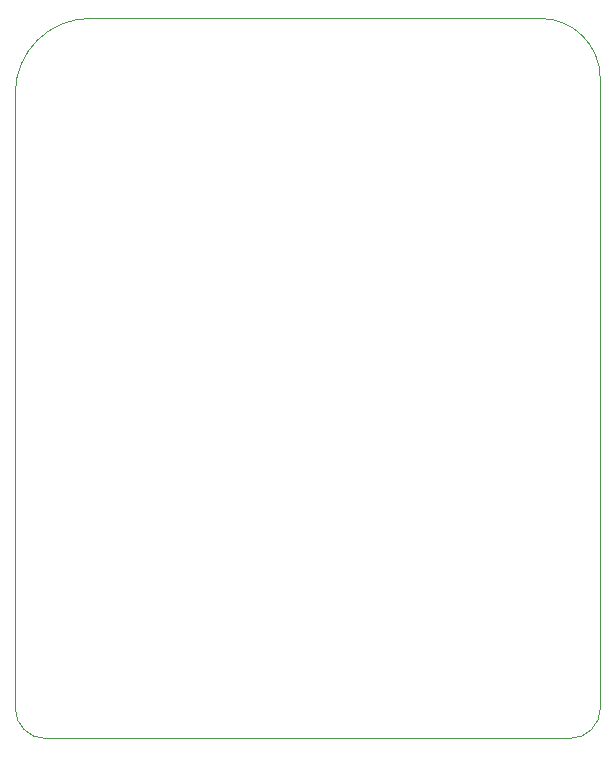
<source format=gbr>
G04 #@! TF.GenerationSoftware,KiCad,Pcbnew,5.1.5-52549c5~84~ubuntu18.04.1*
G04 #@! TF.CreationDate,2020-02-06T21:07:47-05:00*
G04 #@! TF.ProjectId,FH_fault-latch,46485f66-6175-46c7-942d-6c617463682e,rev?*
G04 #@! TF.SameCoordinates,Original*
G04 #@! TF.FileFunction,Profile,NP*
%FSLAX46Y46*%
G04 Gerber Fmt 4.6, Leading zero omitted, Abs format (unit mm)*
G04 Created by KiCad (PCBNEW 5.1.5-52549c5~84~ubuntu18.04.1) date 2020-02-06 21:07:47*
%MOMM*%
%LPD*%
G04 APERTURE LIST*
%ADD10C,0.050000*%
%ADD11C,0.100000*%
G04 APERTURE END LIST*
D10*
X149860000Y-68580000D02*
G75*
G02X154940000Y-73660000I0J-5080000D01*
G01*
X105410000Y-74930000D02*
G75*
G02X111760000Y-68580000I6350000J0D01*
G01*
X107950000Y-129540000D02*
G75*
G02X105410000Y-127000000I0J2540000D01*
G01*
X154940000Y-127000000D02*
G75*
G02X152400000Y-129540000I-2540000J0D01*
G01*
D11*
X154940000Y-73660000D02*
X154940000Y-127000000D01*
X111760000Y-68580000D02*
X149860000Y-68580000D01*
X105410000Y-127000000D02*
X105410000Y-74930000D01*
X152400000Y-129540000D02*
X107950000Y-129540000D01*
M02*

</source>
